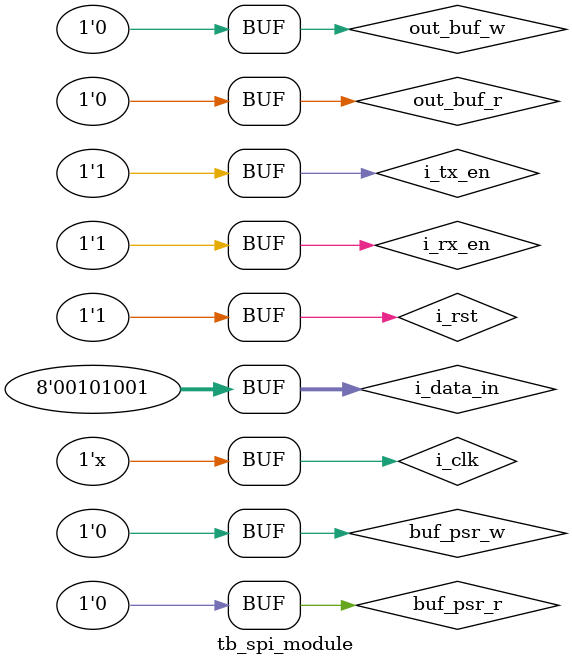
<source format=v>
`timescale 1ns / 1ps


module tb_spi_module;
reg i_clk,i_rst,i_tx_en,i_rx_en;
reg i_spi_miso;

wire o_tx_done,o_rx_done;
wire o_spi_cs,o_spi_sck,o_spi_mosi;
wire [3 : 0] state; 
reg [7 : 0] i_data_in;
wire [7 : 0] o_data_out;
reg buf_psr_w,buf_psr_r,out_buf_w,out_buf_r;
wire o_busy;
wire [7 : 0] sspsr;

initial
  begin
    i_clk = 0;
    i_rst = 1;
    #2 i_rst = 0;
    #2 i_rst = 1;
  end

always  #1 i_clk = ~i_clk;

initial
  begin
    i_tx_en = 1;
    i_rx_en = 1;
  end

//initial
 // begin
    always #2  i_spi_miso = {$random}%2;
//  end

initial
  begin
    #3 out_buf_w = 1;
    #1 i_data_in = 8'b10101111;
    #1 buf_psr_w = 1;
       out_buf_w = 0;
    #2 //i_tx_en = 1;         
    #1  buf_psr_w = 0;
    #1 ;//i_tx_en = 0;
    #18 buf_psr_r = 1;
    #2  buf_psr_r = 0;
    #1  out_buf_r = 1;  
    #2 out_buf_r = 0;
       out_buf_w = 1;
       
    #2 out_buf_w = 0;
       i_data_in = 8'b00101001;
  end



spi_module spi_module1(
.i_clk(i_clk),
.i_rst(i_rst),
.i_tx_en(i_tx_en),
.i_rx_en(i_rx_en),
.i_data_in(i_data_in),
.i_spi_miso(i_spi_miso),
.buf_psr_w(buf_psr_w),
.buf_psr_r(buf_psr_r),
.out_buf_w(out_buf_w),
.out_buf_r(out_buf_r),
.o_data_out(o_data_out),
.o_tx_done(o_tx_done),
.o_rx_done(o_rx_done),
.o_spi_sck(o_spi_sck),
.o_spi_cs(o_spi_cs),
.o_spi_mosi(o_spi_mosi),
.state(state),
.o_busy(o_busy),
.sspsr(sspsr)
);
endmodule

</source>
